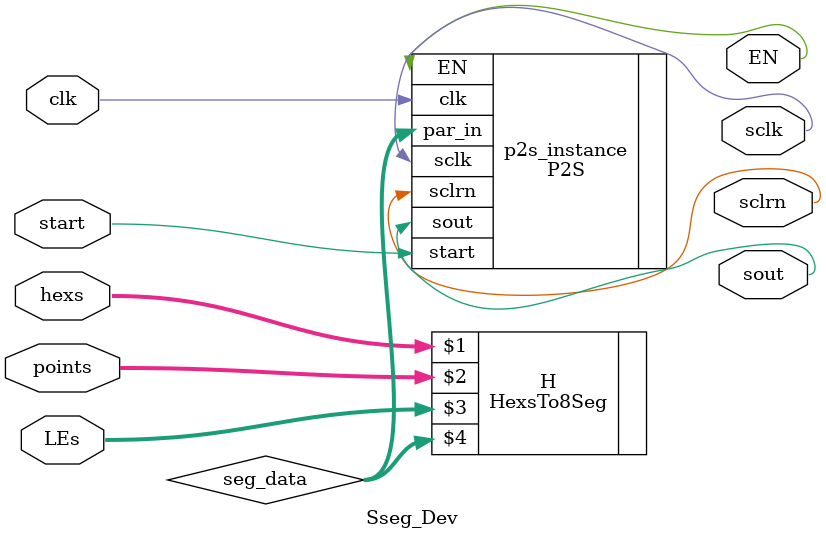
<source format=v>
module Sseg_Dev(
    input clk,
    input start,
    input [31:0] hexs,
    input [7:0] points,
    input [7:0] LEs,
    output sclk,
    output sclrn,
    output sout,
    output EN
);
wire [63:0] seg_data;
HexsTo8Seg H(hexs, points, LEs, seg_data);
P2S #(
    .BIT_WIDTH(64)
) p2s_instance (
    .clk(clk),
    .start(start),
    .par_in(seg_data),
    .sclk(sclk),
    .sclrn(sclrn),
    .sout(sout),
    .EN(EN)
);
endmodule
</source>
